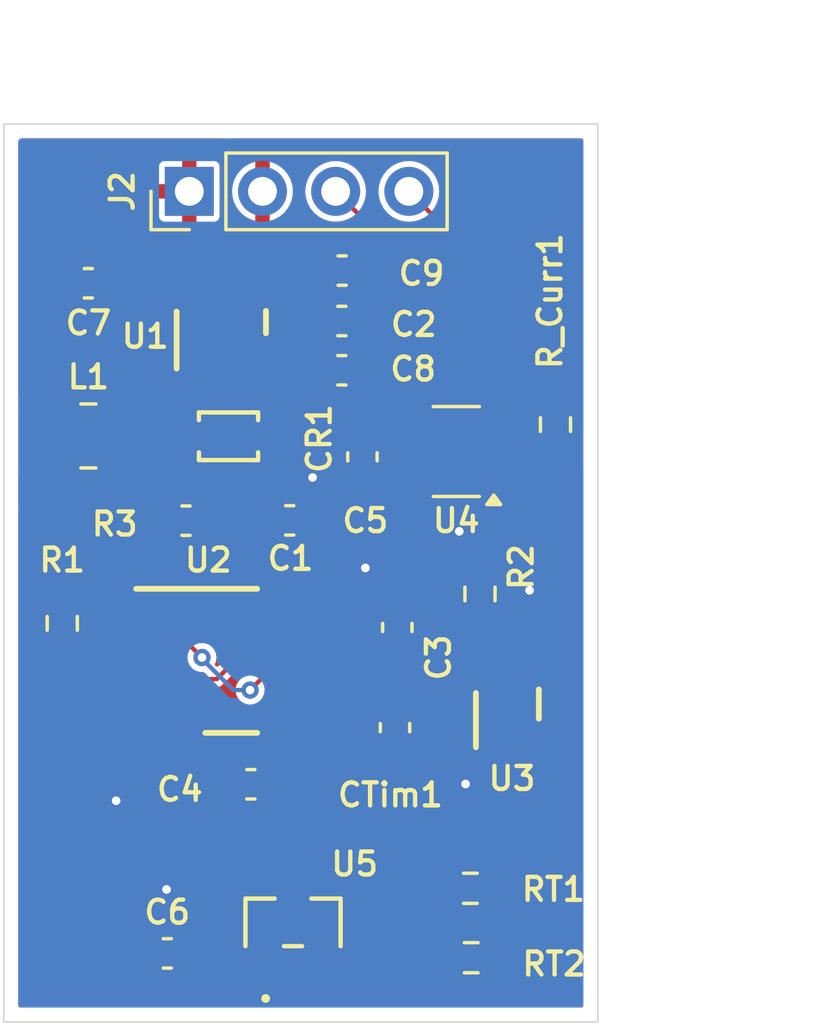
<source format=kicad_pcb>
(kicad_pcb (version 20240108) (generator "pcbnew") (generator_version "8.0")
  (layers (0 "F.Cu" signal) (31 "B.Cu" signal) (34 "B.Paste" user) (35 "F.Paste" user) (36 "B.SilkS" user "B.Silkscreen") (37 "F.SilkS" user "F.Silkscreen") (38 "B.Mask" user) (39 "F.Mask" user) (44 "Edge.Cuts" user))
  (net 0 "")
  (net 1 "GND")
  (net 2 "Vin")
  (net 3 "Net-(U2-CONT)")
  (net 4 "Net-(U2-THRES)")
  (net 5 "LED_OUT2")
  (net 6 "LED_OUT1")
  (net 7 "SQ_Pulse")
  (net 9 "Temp_OUT")
  (net 10 "Switch_OUT")
  (net 11 "VDD_5V")
  (net 12 "Net-(C1-Pad1)")
  (net 13 "Net-(U1-SW)")
  (net 16 "Temp_OUT_Div")
  (footprint "Capacitor_SMD:C_0603_1608Metric" (layer "F.Cu") (at 184.185 51.29 180)
    (property "Reference" "C7" (at -0.005 -1.38 180) (layer "F.SilkS") (effects (font (size 0.8 0.8))))
    (property "Value" "2.2uF")
    (fp_line (start -0.14058 0.51) (end 0.14058 0.51) (stroke (width 0.12)) (layer "F.SilkS"))
    (fp_line (start -0.14058 -0.51) (end 0.14058 -0.51) (stroke (width 0.12)) (layer "F.SilkS"))
    (pad "1" smd roundrect (at -0.775 0 180) (size 0.9 0.95) (layers "F.Cu" "F.Paste" "F.Mask") (net 1 "GND"))
    (pad "2" smd roundrect (at 0.775 0 180) (size 0.9 0.95) (layers "F.Cu" "F.Paste" "F.Mask") (net 2 "Vin"))
  )
  (footprint "SN74LVC1G3157DCKR:DCK0006A_N" (layer "F.Cu") (at 198.730001 65.895002 90)
    (property "Reference" "U3" (at -2.584998 0.159999 0) (layer "F.SilkS") (effects (font (size 0.8 0.8))))
    (property "Value" "SN74LVC1G3157DCKR")
    (fp_line (start -1.4986 -1.0922) (end 0.381 -1.0922) (stroke (width 0.2)) (layer "F.SilkS"))
    (fp_line (start -0.508 1.0922) (end 0.508 1.0922) (stroke (width 0.2)) (layer "F.SilkS"))
    (pad "1" smd rect (at -1.124999 -0.650001 180) (size 0.399999 0.850001) (layers "F.Cu" "F.Paste" "F.Mask") (net 11 "VDD_5V"))
    (pad "2" smd rect (at -1.124999 0 180) (size 0.399999 0.850001) (layers "F.Cu" "F.Paste" "F.Mask") (net 1 "GND"))
    (pad "3" smd rect (at -1.124999 0.649999 180) (size 0.399999 0.850001) (layers "F.Cu" "F.Paste" "F.Mask") (net 16 "Temp_OUT_Div"))
    (pad "4" smd rect (at 1.125002 0.649999 180) (size 0.399999 0.850001) (layers "F.Cu" "F.Paste" "F.Mask") (net 10 "Switch_OUT"))
    (pad "5" smd rect (at 1.125002 0 180) (size 0.399999 0.850001) (layers "F.Cu" "F.Paste" "F.Mask") (net 11 "VDD_5V"))
    (pad "6" smd rect (at 1.125002 -0.650001 180) (size 0.399999 0.850001) (layers "F.Cu" "F.Paste" "F.Mask") (net 7 "SQ_Pulse"))
  )
  (footprint "Capacitor_SMD:C_0603_1608Metric" (layer "F.Cu") (at 192.985 52.6)
    (property "Reference" "C2" (at 2.495 0.12 180) (layer "F.SilkS") (effects (font (size 0.8 0.8))))
    (property "Value" "10uF")
    (fp_line (start -0.14058 -0.51) (end 0.14058 -0.51) (stroke (width 0.12)) (layer "F.SilkS"))
    (fp_line (start -0.14058 0.51) (end 0.14058 0.51) (stroke (width 0.12)) (layer "F.SilkS"))
    (pad "1" smd roundrect (at -0.775 0) (size 0.9 0.95) (layers "F.Cu" "F.Paste" "F.Mask") (net 11 "VDD_5V"))
    (pad "2" smd roundrect (at 0.775 0) (size 0.9 0.95) (layers "F.Cu" "F.Paste" "F.Mask") (net 1 "GND"))
  )
  (footprint "TMP235:SOT-23_DBZ_TEX-M" (layer "F.Cu") (at 191.29 73.4732)
    (property "Reference" "U5" (at 2.14 -2.0232 0) (layer "F.SilkS") (effects (font (size 0.8 0.8))))
    (property "Value" "TMP235AEDBZRQ1")
    (fp_line (start -1.651 -0.8255) (end -1.651 0.8255) (stroke (width 0.1524)) (layer "F.SilkS"))
    (fp_line (start -0.63754 -0.8255) (end -1.651 -0.8255) (stroke (width 0.1524)) (layer "F.SilkS"))
    (fp_line (start -0.31242 0.8255) (end 0.31242 0.8255) (stroke (width 0.1524)) (layer "F.SilkS"))
    (fp_line (start 1.651 -0.8255) (end 0.63754 -0.8255) (stroke (width 0.1524)) (layer "F.SilkS"))
    (fp_line (start 1.651 0.8255) (end 1.651 -0.8255) (stroke (width 0.1524)) (layer "F.SilkS"))
    (fp_circle (center -0.94996 2.6416) (end -0.87376 2.6416) (stroke (width 0.1524)) (fill none) (layer "F.SilkS"))
    (pad "1" smd rect (at -0.94996 1.0668) (size 0.6096 1.6256) (layers "F.Cu" "F.Paste" "F.Mask") (net 11 "VDD_5V"))
    (pad "2" smd rect (at 0.94996 1.0668) (size 0.6096 1.6256) (layers "F.Cu" "F.Paste" "F.Mask") (net 9 "Temp_OUT"))
    (pad "3" smd rect (at 0 -1.0668) (size 0.6096 1.6256) (layers "F.Cu" "F.Paste" "F.Mask") (net 1 "GND"))
  )
  (footprint "Resistor_SMD:R_0603_1608Metric" (layer "F.Cu") (at 197.445 72.29)
    (property "Reference" "RT1" (at 2.885 0.04 0) (layer "F.SilkS") (effects (font (size 0.8 0.8))))
    (property "Value" "R")
    (fp_line (start -0.237258 -0.5225) (end 0.237258 -0.5225) (stroke (width 0.12)) (layer "F.SilkS"))
    (fp_line (start -0.237258 0.5225) (end 0.237258 0.5225) (stroke (width 0.12)) (layer "F.SilkS"))
    (pad "1" smd roundrect (at -0.825 0) (size 0.8 0.95) (layers "F.Cu" "F.Paste" "F.Mask") (net 9 "Temp_OUT"))
    (pad "2" smd roundrect (at 0.825 0) (size 0.8 0.95) (layers "F.Cu" "F.Paste" "F.Mask") (net 16 "Temp_OUT_Div"))
  )
  (footprint "Resistor_SMD:R_0603_1608Metric" (layer "F.Cu") (at 183.28 63.095 -90)
    (property "Reference" "R1" (at -2.195 0 180) (layer "F.SilkS") (effects (font (size 0.8 0.8))))
    (property "Value" "R")
    (fp_line (start -0.237258 0.5225) (end 0.237258 0.5225) (stroke (width 0.12)) (layer "F.SilkS"))
    (fp_line (start -0.237258 -0.5225) (end 0.237258 -0.5225) (stroke (width 0.12)) (layer "F.SilkS"))
    (pad "1" smd roundrect (at -0.825 0 270) (size 0.8 0.95) (layers "F.Cu" "F.Paste" "F.Mask") (net 4 "Net-(U2-THRES)"))
    (pad "2" smd roundrect (at 0.825 0 270) (size 0.8 0.95) (layers "F.Cu" "F.Paste" "F.Mask") (net 7 "SQ_Pulse"))
  )
  (footprint "Inductor_SMD:L_1008_2520Metric_Pad1.43x2.20mm_HandSolder" (layer "F.Cu") (at 184.1875 56.59)
    (property "Reference" "L1" (at 0 -2.05 0) (layer "F.SilkS") (effects (font (size 0.8 0.8))))
    (property "Value" "2.2uH")
    (fp_line (start -0.261252 -1.11) (end 0.261252 -1.11) (stroke (width 0.12)) (layer "F.SilkS"))
    (fp_line (start -0.261252 1.11) (end 0.261252 1.11) (stroke (width 0.12)) (layer "F.SilkS"))
    (pad "1" smd roundrect (at -1.1625 0) (size 1.425 2.2) (layers "F.Cu" "F.Paste" "F.Mask") (roundrect_rratio 0.175439) (net 2 "Vin"))
    (pad "2" smd roundrect (at 1.1625 0) (size 1.425 2.2) (layers "F.Cu" "F.Paste" "F.Mask") (roundrect_rratio 0.175439) (net 13 "Net-(U1-SW)"))
  )
  (footprint "Capacitor_SMD:C_0603_1608Metric" (layer "F.Cu") (at 192.985 54.31)
    (property "Reference" "C8" (at 2.475 -0.04 0) (layer "F.SilkS") (effects (font (size 0.8 0.8))))
    (property "Value" "10uF")
    (fp_line (start -0.14058 -0.51) (end 0.14058 -0.51) (stroke (width 0.12)) (layer "F.SilkS"))
    (fp_line (start -0.14058 0.51) (end 0.14058 0.51) (stroke (width 0.12)) (layer "F.SilkS"))
    (pad "1" smd roundrect (at -0.775 0) (size 0.9 0.95) (layers "F.Cu" "F.Paste" "F.Mask") (net 11 "VDD_5V"))
    (pad "2" smd roundrect (at 0.775 0) (size 0.9 0.95) (layers "F.Cu" "F.Paste" "F.Mask") (net 1 "GND"))
  )
  (footprint "Capacitor_SMD:C_0603_1608Metric" (layer "F.Cu") (at 186.925 74.55)
    (property "Reference" "C6" (at 0 -1.43 0) (layer "F.SilkS") (effects (font (size 0.8 0.8))))
    (property "Value" "C")
    (fp_line (start -0.14058 -0.51) (end 0.14058 -0.51) (stroke (width 0.12)) (layer "F.SilkS"))
    (fp_line (start -0.14058 0.51) (end 0.14058 0.51) (stroke (width 0.12)) (layer "F.SilkS"))
    (pad "1" smd roundrect (at -0.775 0) (size 0.9 0.95) (layers "F.Cu" "F.Paste" "F.Mask") (net 1 "GND"))
    (pad "2" smd roundrect (at 0.775 0) (size 0.9 0.95) (layers "F.Cu" "F.Paste" "F.Mask") (net 11 "VDD_5V"))
  )
  (footprint "Capacitor_SMD:C_0603_1608Metric" (layer "F.Cu") (at 192.995 50.85)
    (property "Reference" "C9" (at 2.755 0.1 0) (layer "F.SilkS") (effects (font (size 0.8 0.8))))
    (property "Value" "10uF")
    (fp_line (start -0.14058 -0.51) (end 0.14058 -0.51) (stroke (width 0.12)) (layer "F.SilkS"))
    (fp_line (start -0.14058 0.51) (end 0.14058 0.51) (stroke (width 0.12)) (layer "F.SilkS"))
    (pad "1" smd roundrect (at -0.775 0) (size 0.9 0.95) (layers "F.Cu" "F.Paste" "F.Mask") (net 11 "VDD_5V"))
    (pad "2" smd roundrect (at 0.775 0) (size 0.9 0.95) (layers "F.Cu" "F.Paste" "F.Mask") (net 1 "GND"))
  )
  (footprint "LMC555:D0008A_M" (layer "F.Cu") (at 189.145001 64.395)
    (property "Reference" "U2" (at -0.795001 -3.495 0) (layer "F.SilkS") (effects (font (size 0.8 0.8))))
    (property "Value" "LMC555")
    (fp_line (start -3.300001 -2.5) (end 0.900001 -2.5) (stroke (width 0.2)) (layer "F.SilkS"))
    (fp_line (start -0.900001 2.5) (end 0.900001 2.5) (stroke (width 0.2)) (layer "F.SilkS"))
    (pad "1" smd oval (at -2.825001 -1.905 90) (size 0.650001 1.649999) (layers "F.Cu" "F.Paste" "F.Mask") (net 1 "GND"))
    (pad "2" smd oval (at -2.825001 -0.635 90) (size 0.650001 1.649999) (layers "F.Cu" "F.Paste" "F.Mask") (net 4 "Net-(U2-THRES)"))
    (pad "3" smd oval (at -2.825001 0.635 90) (size 0.650001 1.649999) (layers "F.Cu" "F.Paste" "F.Mask") (net 7 "SQ_Pulse"))
    (pad "4" smd oval (at -2.825001 1.905 90) (size 0.650001 1.649999) (layers "F.Cu" "F.Paste" "F.Mask") (net 11 "VDD_5V"))
    (pad "5" smd oval (at 2.824998 1.905 90) (size 0.650001 1.649999) (layers "F.Cu" "F.Paste" "F.Mask") (net 3 "Net-(U2-CONT)"))
    (pad "6" smd oval (at 2.824998 0.635 90) (size 0.650001 1.649999) (layers "F.Cu" "F.Paste" "F.Mask") (net 4 "Net-(U2-THRES)"))
    (pad "7" smd oval (at 2.824998 -0.635 90) (size 0.650001 1.649999) (layers "F.Cu" "F.Paste" "F.Mask"))
    (pad "8" smd oval (at 2.824998 -1.905 90) (size 0.650001 1.649999) (layers "F.Cu" "F.Paste" "F.Mask") (net 11 "VDD_5V"))
  )
  (footprint "Resistor_SMD:R_0603_1608Metric" (layer "F.Cu") (at 200.4 56.195 90)
    (property "Reference" "R_Curr1" (at 4.285 -0.19 90) (layer "F.SilkS") (effects (font (size 0.8 0.8))))
    (property "Value" "R")
    (fp_line (start -0.237258 -0.5225) (end 0.237258 -0.5225) (stroke (width 0.12)) (layer "F.SilkS"))
    (fp_line (start -0.237258 0.5225) (end 0.237258 0.5225) (stroke (width 0.12)) (layer "F.SilkS"))
    (pad "1" smd roundrect (at -0.825 0 90) (size 0.8 0.95) (layers "F.Cu" "F.Paste" "F.Mask") (net 1 "GND"))
    (pad "2" smd roundrect (at 0.825 0 90) (size 0.8 0.95) (layers "F.Cu" "F.Paste" "F.Mask") (net 6 "LED_OUT1"))
  )
  (footprint "Resistor_SMD:R_0603_1608Metric" (layer "F.Cu") (at 197.475 74.7)
    (property "Reference" "RT2" (at 2.875 0.22 0) (layer "F.SilkS") (effects (font (size 0.8 0.8))))
    (property "Value" "R")
    (fp_line (start -0.237258 -0.5225) (end 0.237258 -0.5225) (stroke (width 0.12)) (layer "F.SilkS"))
    (fp_line (start -0.237258 0.5225) (end 0.237258 0.5225) (stroke (width 0.12)) (layer "F.SilkS"))
    (pad "1" smd roundrect (at -0.825 0) (size 0.8 0.95) (layers "F.Cu" "F.Paste" "F.Mask") (net 16 "Temp_OUT_Div"))
    (pad "2" smd roundrect (at 0.825 0) (size 0.8 0.95) (layers "F.Cu" "F.Paste" "F.Mask") (net 1 "GND"))
  )
  (footprint "Resistor_SMD:R_0603_1608Metric" (layer "F.Cu") (at 197.78 62.075 -90)
    (property "Reference" "R2" (at -0.935 -1.43 90) (layer "F.SilkS") (effects (font (size 0.8 0.8))))
    (property "Value" "R")
    (fp_line (start -0.237258 0.5225) (end 0.237258 0.5225) (stroke (width 0.12)) (layer "F.SilkS"))
    (fp_line (start -0.237258 -0.5225) (end 0.237258 -0.5225) (stroke (width 0.12)) (layer "F.SilkS"))
    (pad "1" smd roundrect (at -0.825 0 270) (size 0.8 0.95) (layers "F.Cu" "F.Paste" "F.Mask") (net 11 "VDD_5V"))
    (pad "2" smd roundrect (at 0.825 0 270) (size 0.8 0.95) (layers "F.Cu" "F.Paste" "F.Mask") (net 7 "SQ_Pulse"))
  )
  (footprint "TPS613222ADBVR:DBV0005A_N" (layer "F.Cu") (at 188.800002 52.624999 90)
    (property "Reference" "U1" (at -0.505001 -2.640002 0) (layer "F.SilkS") (effects (font (size 0.8 0.8))))
    (property "Value" "TPS613222ADBVR")
    (fp_line (start -1.625001 -1.549999) (end 0.349999 -1.549999) (stroke (width 0.2)) (layer "F.SilkS"))
    (fp_line (start -0.399999 1.549999) (end 0.375003 1.549999) (stroke (width 0.2)) (layer "F.SilkS"))
    (pad "1" smd rect (at -1.375001 -0.950001 180) (size 0.599999 1) (layers "F.Cu" "F.Paste" "F.Mask") (net 13 "Net-(U1-SW)"))
    (pad "2" smd rect (at -1.375001 0 180) (size 0.599999 1) (layers "F.Cu" "F.Paste" "F.Mask") (net 1 "GND"))
    (pad "3" smd rect (at -1.375001 0.949998 180) (size 0.599999 1) (layers "F.Cu" "F.Paste" "F.Mask"))
    (pad "4" smd rect (at 1.374999 0.949998 180) (size 0.599999 1) (layers "F.Cu" "F.Paste" "F.Mask") (net 11 "VDD_5V"))
    (pad "5" smd rect (at 1.374999 -0.950001 180) (size 0.599999 1) (layers "F.Cu" "F.Paste" "F.Mask"))
  )
  (footprint "Capacitor_SMD:C_0603_1608Metric" (layer "F.Cu") (at 194.83 66.715 90)
    (property "Reference" "CTim1" (at -2.335 -0.16 0) (layer "F.SilkS") (effects (font (size 0.8 0.8))))
    (property "Value" "C")
    (fp_line (start -0.14058 -0.51) (end 0.14058 -0.51) (stroke (width 0.12)) (layer "F.SilkS"))
    (fp_line (start -0.14058 0.51) (end 0.14058 0.51) (stroke (width 0.12)) (layer "F.SilkS"))
    (pad "1" smd roundrect (at -0.775 0 90) (size 0.9 0.95) (layers "F.Cu" "F.Paste" "F.Mask") (net 1 "GND"))
    (pad "2" smd roundrect (at 0.775 0 90) (size 0.9 0.95) (layers "F.Cu" "F.Paste" "F.Mask") (net 4 "Net-(U2-THRES)"))
  )
  (footprint "Capacitor_SMD:C_0603_1608Metric" (layer "F.Cu") (at 187.575 59.53)
    (property "Reference" "R3" (at -2.475 0.12 0) (layer "F.SilkS") (effects (font (size 0.8 0.8))))
    (property "Value" "5")
    (fp_line (start -0.14058 -0.51) (end 0.14058 -0.51) (stroke (width 0.12)) (layer "F.SilkS"))
    (fp_line (start -0.14058 0.51) (end 0.14058 0.51) (stroke (width 0.12)) (layer "F.SilkS"))
    (pad "1" smd roundrect (at -0.775 0) (size 0.9 0.95) (layers "F.Cu" "F.Paste" "F.Mask") (net 13 "Net-(U1-SW)"))
    (pad "2" smd roundrect (at 0.775 0) (size 0.9 0.95) (layers "F.Cu" "F.Paste" "F.Mask") (net 12 "Net-(C1-Pad1)"))
  )
  (footprint "BAT54WS_7_F:SOD323_DIO-M" (layer "F.Cu") (at 189.0508 56.6 180)
    (property "Reference" "CR1" (at -3.1492 -0.08 90) (layer "F.SilkS") (effects (font (size 0.8 0.8))))
    (property "Value" "BAT54WS-7-F")
    (fp_line (start 1.027 0.827) (end 1.027 0.55854) (stroke (width 0.1524)) (layer "F.SilkS"))
    (fp_line (start 1.027 -0.55854) (end 1.027 -0.827) (stroke (width 0.1524)) (layer "F.SilkS"))
    (fp_line (start 1.027 -0.827) (end -1.027 -0.827) (stroke (width 0.1524)) (layer "F.SilkS"))
    (fp_line (start -1.027 0.827) (end 1.027 0.827) (stroke (width 0.1524)) (layer "F.SilkS"))
    (fp_line (start -1.027 0.55854) (end -1.027 0.827) (stroke (width 0.1524)) (layer "F.SilkS"))
    (fp_line (start -1.027 -0.827) (end -1.027 -0.55854) (stroke (width 0.1524)) (layer "F.SilkS"))
    (pad "1" smd rect (at -1.2008 0 180) (size 1.416 0.4516) (layers "F.Cu" "F.Paste" "F.Mask") (net 11 "VDD_5V"))
    (pad "2" smd rect (at 1.2008 0 180) (size 1.416 0.4516) (layers "F.Cu" "F.Paste" "F.Mask") (net 13 "Net-(U1-SW)"))
  )
  (footprint "Capacitor_SMD:C_0603_1608Metric" (layer "F.Cu") (at 193.7 57.315 -90)
    (property "Reference" "C5" (at 2.215 -0.1 180) (layer "F.SilkS") (effects (font (size 0.8 0.8))))
    (property "Value" "0.1uF")
    (fp_line (start -0.14058 0.51) (end 0.14058 0.51) (stroke (width 0.12)) (layer "F.SilkS"))
    (fp_line (start -0.14058 -0.51) (end 0.14058 -0.51) (stroke (width 0.12)) (layer "F.SilkS"))
    (pad "1" smd roundrect (at -0.775 0 270) (size 0.9 0.95) (layers "F.Cu" "F.Paste" "F.Mask") (net 1 "GND"))
    (pad "2" smd roundrect (at 0.775 0 270) (size 0.9 0.95) (layers "F.Cu" "F.Paste" "F.Mask") (net 11 "VDD_5V"))
  )
  (footprint "Connector_PinHeader_2.54mm:PinHeader_1x04_P2.54mm_Vertical" (layer "F.Cu") (at 187.69 48.1 90)
    (property "Reference" "J2" (at 0 -2.33 -90) (layer "F.SilkS") (effects (font (size 0.8 0.8))))
    (property "Value" "Conn_01x04_Pin" (hide yes))
    (fp_line (start -1.33 -1.33) (end 0 -1.33) (stroke (width 0.12)) (layer "F.SilkS"))
    (fp_line (start -1.33 0) (end -1.33 -1.33) (stroke (width 0.12)) (layer "F.SilkS"))
    (fp_line (start 1.33 1.27) (end 1.33 8.95) (stroke (width 0.12)) (layer "F.SilkS"))
    (fp_line (start -1.33 1.27) (end 1.33 1.27) (stroke (width 0.12)) (layer "F.SilkS"))
    (fp_line (start -1.33 1.27) (end -1.33 8.95) (stroke (width 0.12)) (layer "F.SilkS"))
    (fp_line (start -1.33 8.95) (end 1.33 8.95) (stroke (width 0.12)) (layer "F.SilkS"))
    (pad "1" thru_hole rect (at 0 0 90) (size 1.7 1.7) (drill 1) (layers "*.Cu" "*.Mask") (net 2 "Vin"))
    (pad "2" thru_hole oval (at 0 2.54 90) (size 1.7 1.7) (drill 1) (layers "*.Cu" "*.Mask") (net 1 "GND"))
    (pad "3" thru_hole oval (at 0 5.08 90) (size 1.7 1.7) (drill 1) (layers "*.Cu" "*.Mask") (net 5 "LED_OUT2"))
    (pad "4" thru_hole oval (at 0 7.62 90) (size 1.7 1.7) (drill 1) (layers "*.Cu" "*.Mask") (net 6 "LED_OUT1"))
  )
  (footprint "Package_TO_SOT_SMD:SOT-23-5" (layer "F.Cu") (at 196.9575 57.13 180)
    (property "Reference" "U4" (at 0 -2.4 180) (layer "F.SilkS") (effects (font (size 0.8 0.8))))
    (property "Value" "LM321")
    (fp_line (start 0 1.56) (end 0.8 1.56) (stroke (width 0.12)) (layer "F.SilkS"))
    (fp_line (start 0 1.56) (end -0.8 1.56) (stroke (width 0.12)) (layer "F.SilkS"))
    (fp_line (start 0 -1.56) (end 0.8 -1.56) (stroke (width 0.12)) (layer "F.SilkS"))
    (fp_line (start 0 -1.56) (end -0.8 -1.56) (stroke (width 0.12)) (layer "F.SilkS"))
    (fp_poly (pts (xy -1.3 -1.51) (xy -1.54 -1.84) (xy -1.06 -1.84) (xy -1.3 -1.51)) (stroke (width 0.12)) (fill solid) (layer "F.SilkS"))
    (pad "1" smd roundrect (at -1.1375 -0.95 180) (size 1.325 0.6) (layers "F.Cu" "F.Paste" "F.Mask") (net 10 "Switch_OUT"))
    (pad "2" smd roundrect (at -1.1375 0 180) (size 1.325 0.6) (layers "F.Cu" "F.Paste" "F.Mask") (net 1 "GND"))
    (pad "3" smd roundrect (at -1.1375 0.95 180) (size 1.325 0.6) (layers "F.Cu" "F.Paste" "F.Mask") (net 6 "LED_OUT1"))
    (pad "4" smd roundrect (at 1.1375 0.95 180) (size 1.325 0.6) (layers "F.Cu" "F.Paste" "F.Mask") (net 5 "LED_OUT2"))
    (pad "5" smd roundrect (at 1.1375 -0.95 180) (size 1.325 0.6) (layers "F.Cu" "F.Paste" "F.Mask") (net 11 "VDD_5V"))
  )
  (footprint "Capacitor_SMD:C_0603_1608Metric" (layer "F.Cu") (at 194.91 63.235 -90)
    (property "Reference" "C3" (at 1.045 -1.43 90) (layer "F.SilkS") (effects (font (size 0.8 0.8))))
    (property "Value" "0.1uF")
    (fp_line (start -0.14058 0.51) (end 0.14058 0.51) (stroke (width 0.12)) (layer "F.SilkS"))
    (fp_line (start -0.14058 -0.51) (end 0.14058 -0.51) (stroke (width 0.12)) (layer "F.SilkS"))
    (pad "1" smd roundrect (at -0.775 0 270) (size 0.9 0.95) (layers "F.Cu" "F.Paste" "F.Mask") (net 11 "VDD_5V"))
    (pad "2" smd roundrect (at 0.775 0 270) (size 0.9 0.95) (layers "F.Cu" "F.Paste" "F.Mask") (net 1 "GND"))
  )
  (footprint "Capacitor_SMD:C_0603_1608Metric" (layer "F.Cu") (at 189.825 68.68)
    (property "Reference" "C4" (at -2.465 0.18 0) (layer "F.SilkS") (effects (font (size 0.8 0.8))))
    (property "Value" "C")
    (fp_line (start -0.14058 -0.51) (end 0.14058 -0.51) (stroke (width 0.12)) (layer "F.SilkS"))
    (fp_line (start -0.14058 0.51) (end 0.14058 0.51) (stroke (width 0.12)) (layer "F.SilkS"))
    (pad "1" smd roundrect (at -0.775 0) (size 0.9 0.95) (layers "F.Cu" "F.Paste" "F.Mask") (net 1 "GND"))
    (pad "2" smd roundrect (at 0.775 0) (size 0.9 0.95) (layers "F.Cu" "F.Paste" "F.Mask") (net 3 "Net-(U2-CONT)"))
  )
  (footprint "Capacitor_SMD:C_0603_1608Metric" (layer "F.Cu") (at 191.175 59.52)
    (property "Reference" "C1" (at 0.025 1.32 180) (layer "F.SilkS") (effects (font (size 0.8 0.8))))
    (property "Value" "120pF")
    (fp_line (start -0.14058 -0.51) (end 0.14058 -0.51) (stroke (width 0.12)) (layer "F.SilkS"))
    (fp_line (start -0.14058 0.51) (end 0.14058 0.51) (stroke (width 0.12)) (layer "F.SilkS"))
    (pad "1" smd roundrect (at -0.775 0) (size 0.9 0.95) (layers "F.Cu" "F.Paste" "F.Mask") (net 12 "Net-(C1-Pad1)"))
    (pad "2" smd roundrect (at 0.775 0) (size 0.9 0.95) (layers "F.Cu" "F.Paste" "F.Mask") (net 11 "VDD_5V"))
  )
  (gr_rect (start 181.25 45.76) (end 201.87 76.93) (stroke (width 0.05)) (fill none) (layer "Edge.Cuts"))
  (segment (start 190.6 68.68) (end 191.28 68.68) (width 0.1524) (layer "F.Cu") (net 3))
  (segment (start 191.28 68.68) (end 191.969999 67.990001) (width 0.1524) (layer "F.Cu") (net 3))
  (segment (start 191.969999 67.990001) (end 191.969999 66.3) (width 0.1524) (layer "F.Cu") (net 3))
  (segment (start 185.54 63.76) (end 186.32 63.76) (width 0.1524) (layer "F.Cu") (net 4))
  (segment (start 194.02 65.94) (end 193.11 65.03) (width 0.1524) (layer "F.Cu") (net 4))
  (segment (start 193.11 65.03) (end 191.969999 65.03) (width 0.1524) (layer "F.Cu") (net 4))
  (segment (start 187.61 63.76) (end 186.32 63.76) (width 0.1524) (layer "F.Cu") (net 4))
  (segment (start 188.13 64.28) (end 187.61 63.76) (width 0.1524) (layer "F.Cu") (net 4))
  (segment (start 194.83 65.94) (end 194.02 65.94) (width 0.1524) (layer "F.Cu") (net 4))
  (segment (start 191.969999 65.03) (end 190.18 65.03) (width 0.1524) (layer "F.Cu") (net 4))
  (segment (start 184.05 62.27) (end 185.54 63.76) (width 0.1524) (layer "F.Cu") (net 4))
  (segment (start 190.18 65.03) (end 189.8 65.41) (width 0.1524) (layer "F.Cu") (net 4))
  (segment (start 183.28 62.27) (end 184.05 62.27) (width 0.1524) (layer "F.Cu") (net 4))
  (via (at 188.13 64.28) (size 0.6) (drill 0.3) (layers "F.Cu" "B.Cu") (net 4))
  (via (at 189.8 65.41) (size 0.6) (drill 0.3) (layers "F.Cu" "B.Cu") (net 4))
  (segment (start 188.13 64.32) (end 189.22 65.41) (width 0.1524) (layer "B.Cu") (net 4))
  (segment (start 188.13 64.28) (end 188.13 64.32) (width 0.1524) (layer "B.Cu") (net 4))
  (segment (start 189.22 65.41) (end 189.8 65.41) (width 0.1524) (layer "B.Cu") (net 4))
  (segment (start 195.82 56.18) (end 195.82 51.15) (width 0.1524) (layer "F.Cu") (net 5))
  (segment (start 195.82 51.15) (end 192.77 48.1) (width 0.1524) (layer "F.Cu") (net 5))
  (segment (start 198.095 56.18) (end 199.05 56.18) (width 0.1524) (layer "F.Cu") (net 6))
  (segment (start 198.52 52.26) (end 198.52 51.31) (width 0.1524) (layer "F.Cu") (net 6))
  (segment (start 199.05 56.18) (end 199.86 55.37) (width 0.1524) (layer "F.Cu") (net 6))
  (segment (start 200.4 54.14) (end 198.52 52.26) (width 0.1524) (layer "F.Cu") (net 6))
  (segment (start 200.4 55.37) (end 200.4 54.14) (width 0.1524) (layer "F.Cu") (net 6))
  (segment (start 198.52 51.31) (end 195.31 48.1) (width 0.1524) (layer "F.Cu") (net 6))
  (segment (start 199.86 55.37) (end 200.4 55.37) (width 0.1524) (layer "F.Cu") (net 6))
  (segment (start 198.08 63.9) (end 197.78 63.6) (width 0.1524) (layer "F.Cu") (net 7))
  (segment (start 186.32 65.03) (end 188.64 65.03) (width 0.1524) (layer "F.Cu") (net 7))
  (segment (start 197.78 63.6) (end 197.78 62.9) (width 0.1524) (layer "F.Cu") (net 7))
  (segment (start 185.05 65.03) (end 183.94 63.92) (width 0.1524) (layer "F.Cu") (net 7))
  (segment (start 195.38 60.59) (end 196.13 61.34) (width 0.1524) (layer "F.Cu") (net 7))
  (segment (start 196.77 62.9) (end 197.78 62.9) (width 0.1524) (layer "F.Cu") (net 7))
  (segment (start 196.13 61.34) (end 196.13 62.26) (width 0.1524) (layer "F.Cu") (net 7))
  (segment (start 183.94 63.92) (end 183.28 63.92) (width 0.1524) (layer "F.Cu") (net 7))
  (segment (start 198.08 64.77) (end 198.08 64.28) (width 0.1524) (layer "F.Cu") (net 7))
  (segment (start 198.08 64.670001) (end 198.08 63.9) (width 0.1524) (layer "F.Cu") (net 7))
  (segment (start 186.32 65.03) (end 185.05 65.03) (width 0.1524) (layer "F.Cu") (net 7))
  (segment (start 190.68 60.59) (end 195.38 60.59) (width 0.1524) (layer "F.Cu") (net 7))
  (segment (start 196.13 62.26) (end 196.77 62.9) (width 0.1524) (layer "F.Cu") (net 7))
  (segment (start 188.64 65.03) (end 189.26 64.41) (width 0.1524) (layer "F.Cu") (net 7))
  (segment (start 189.26 64.41) (end 189.26 62.01) (width 0.1524) (layer "F.Cu") (net 7))
  (segment (start 189.26 62.01) (end 190.68 60.59) (width 0.1524) (layer "F.Cu") (net 7))
  (segment (start 192.23996 73.29004) (end 192.895 72.635) (width 0.1524) (layer "F.Cu") (net 9))
  (segment (start 192.23996 74.54) (end 192.23996 73.29004) (width 0.1524) (layer "F.Cu") (net 9))
  (segment (start 193.24 72.29) (end 192.895 72.635) (width 0.1524) (layer "F.Cu") (net 9))
  (segment (start 196.62 72.29) (end 193.24 72.29) (width 0.1524) (layer "F.Cu") (net 9))
  (segment (start 199.38 63.96) (end 200.33 63.01) (width 0.1524) (layer "F.Cu") (net 10))
  (segment (start 200.33 63.01) (end 200.33 58.76) (width 0.1524) (layer "F.Cu") (net 10))
  (segment (start 200.33 58.76) (end 199.65 58.08) (width 0.1524) (layer "F.Cu") (net 10))
  (segment (start 199.65 58.08) (end 198.095 58.08) (width 0.1524) (layer "F.Cu") (net 10))
  (segment (start 199.38 64.77) (end 199.38 63.96) (width 0.1524) (layer "F.Cu") (net 10))
  (segment (start 197.78 61.25) (end 197.78 60.62) (width 0.1524) (layer "F.Cu") (net 11))
  (segment (start 186.32 68.08) (end 185.15 69.25) (width 0.1524) (layer "F.Cu") (net 11))
  (segment (start 186.9 72.33) (end 187.7 73.13) (width 0.1524) (layer "F.Cu") (net 11))
  (segment (start 198.08 67.87) (end 198.08 67.020001) (width 0.1524) (layer "F.Cu") (net 11))
  (segment (start 191.55 50.85) (end 191.15 51.25) (width 0.1524) (layer "F.Cu") (net 11))
  (segment (start 195.82 58.08) (end 193.71 58.08) (width 0.1524) (layer "F.Cu") (net 11))
  (segment (start 186.29 66.33) (end 186.32 66.3) (width 0.1524) (layer "F.Cu") (net 11))
  (segment (start 191.999999 62.46) (end 191.969999 62.49) (width 0.1524) (layer "F.Cu") (net 11))
  (segment (start 192.21 55.81) (end 192.21 54.31) (width 0.1524) (layer "F.Cu") (net 11))
  (segment (start 195.82 58.08) (end 195.74 58.08) (width 0.1524) (layer "F.Cu") (net 11))
  (segment (start 191.15 51.25) (end 189.75 51.25) (width 0.1524) (layer "F.Cu") (net 11))
  (segment (start 193.7 58.09) (end 192.03 58.09) (width 0.1524) (layer "F.Cu") (net 11))
  (segment (start 191.97 58.03) (end 190.83 58.03) (width 0.1524) (layer "F.Cu") (net 11))
  (segment (start 187.71 74.54) (end 187.7 74.55) (width 0.1524) (layer "F.Cu") (net 11))
  (segment (start 192.22 50.85) (end 191.55 50.85) (width 0.1524) (layer "F.Cu") (net 11))
  (segment (start 190.83 58.03) (end 190.2516 57.4516) (width 0.1524) (layer "F.Cu") (net 11))
  (segment (start 195.74 58.08) (end 195.51 57.85) (width 0.1524) (layer "F.Cu") (net 11))
  (segment (start 192.019999 62.44) (end 191.969999 62.49) (width 0.1524) (layer "F.Cu") (net 11))
  (segment (start 190.34004 74.54) (end 187.71 74.54) (width 0.1524) (layer "F.Cu") (net 11))
  (segment (start 192.22 54.3) (end 192.21 54.31) (width 0.1524) (layer "F.Cu") (net 11))
  (segment (start 193.8 61.17) (end 194.17 61.17) (width 0.1524) (layer "F.Cu") (net 11))
  (segment (start 192.03 58.09) (end 191.97 58.03) (width 0.1524) (layer "F.Cu") (net 11))
  (segment (start 197.28 68.67) (end 198.08 67.87) (width 0.1524) (layer "F.Cu") (net 11))
  (segment (start 193.7 59.2) (end 193.7 58.09) (width 0.1524) (layer "F.Cu") (net 11))
  (segment (start 194.91 62.46) (end 191.999999 62.46) (width 0.1524) (layer "F.Cu") (net 11))
  (segment (start 198.730001 62.719999) (end 198.730001 64.77) (width 0.1524) (layer "F.Cu") (net 11))
  (segment (start 192.22 50.85) (end 192.22 54.3) (width 0.1524) (layer "F.Cu") (net 11))
  (segment (start 186.32 66.3) (end 186.32 68.08) (width 0.1524) (layer "F.Cu") (net 11))
  (segment (start 193.38 59.52) (end 193.7 59.2) (width 0.1524) (layer "F.Cu") (net 11))
  (segment (start 191.42 56.6) (end 192.21 55.81) (width 0.1524) (layer "F.Cu") (net 11))
  (segment (start 190.2516 56.6) (end 191.42 56.6) (width 0.1524) (layer "F.Cu") (net 11))
  (segment (start 199.5 61.95) (end 198.730001 62.719999) (width 0.1524) (layer "F.Cu") (net 11))
  (segment (start 194.17 61.17) (end 194.91 61.91) (width 0.1524) (layer "F.Cu") (net 11))
  (segment (start 191.95 59.52) (end 193.38 59.52) (width 0.1524) (layer "F.Cu") (net 11))
  (segment (start 193.71 58.08) (end 193.7 58.09) (width 0.1524) (layer "F.Cu") (net 11))
  (segment (start 187.7 73.13) (end 187.7 74.55) (width 0.1524) (layer "F.Cu") (net 11))
  (segment (start 190.2516 57.4516) (end 190.2516 56.6) (width 0.1524) (layer "F.Cu") (net 11))
  (segment (start 194.91 61.91) (end 194.91 62.46) (width 0.1524) (layer "F.Cu") (net 11))
  (segment (start 197.78 60.62) (end 197.06 59.9) (width 0.1524) (layer "F.Cu") (net 11))
  (via (at 197.28 68.67) (size 0.6) (drill 0.3) (layers "F.Cu" "B.Cu") (net 11))
  (via (at 191.97 58.03) (size 0.6) (drill 0.3) (layers "F.Cu" "B.Cu") (net 11))
  (via (at 185.15 69.25) (size 0.6) (drill 0.3) (layers "F.Cu" "B.Cu") (net 11))
  (via (at 199.5 61.95) (size 0.6) (drill 0.3) (layers "F.Cu" "B.Cu") (net 11))
  (via (at 186.9 72.33) (size 0.6) (drill 0.3) (layers "F.Cu" "B.Cu") (net 11))
  (via (at 193.8 61.17) (size 0.6) (drill 0.3) (layers "F.Cu" "B.Cu") (net 11))
  (via (at 197.06 59.9) (size 0.6) (drill 0.3) (layers "F.Cu" "B.Cu") (net 11))
  (segment (start 190.39 59.53) (end 190.4 59.52) (width 0.1524) (layer "F.Cu") (net 12))
  (segment (start 188.35 59.53) (end 190.39 59.53) (width 0.1524) (layer "F.Cu") (net 12))
  (segment (start 198.27 73.07) (end 198.27 72.29) (width 0.1524) (layer "F.Cu") (net 16))
  (segment (start 198.27 72.29) (end 198.95 72.29) (width 0.1524) (layer "F.Cu") (net 16))
  (segment (start 197.96 73.38) (end 198.27 73.07) (width 0.1524) (layer "F.Cu") (net 16))
  (segment (start 199.38 71.86) (end 199.38 67.120001) (width 0.1524) (layer "F.Cu") (net 16))
  (segment (start 196.65 74.7) (end 196.65 74.07) (width 0.1524) (layer "F.Cu") (net 16))
  (segment (start 196.65 74.07) (end 197.34 73.38) (width 0.1524) (layer "F.Cu") (net 16))
  (segment (start 198.95 72.29) (end 199.38 71.86) (width 0.1524) (layer "F.Cu") (net 16))
  (segment (start 197.34 73.38) (end 197.96 73.38) (width 0.1524) (layer "F.Cu") (net 16))
  (zone (net 1) (net_name "GND") (layer "F.Cu") (connect_pads (clearance 0.15)) (min_thickness 0.15) (fill yes (thermal_gap 0.5) (thermal_bridge_width 0.5))
    (polygon (pts (xy 181.4 45.88) (xy 201.87 45.84) (xy 201.75 76.82) (xy 181.34 76.86) (xy 181.3 50.32)))
  )
  (zone (net 13) (net_name "Net-(U1-SW)") (layer "F.Cu") (priority 3) (connect_pads (clearance 0.15)) (min_thickness 0.25) (fill yes (thermal_gap 0.5) (thermal_bridge_width 0.5))
    (polygon (pts (xy 185.73 52.98) (xy 188.54 52.99) (xy 188.53 57.7) (xy 187.6 58.66) (xy 187.55 60.88) (xy 184.34 60.92) (xy 184.5 53) (xy 185.58 52.96)))
  )
  (zone (net 2) (net_name "Vin") (layer "F.Cu") (priority 2) (connect_pads (clearance 0.15)) (min_thickness 0.25) (fill yes (thermal_gap 0.5) (thermal_bridge_width 0.5))
    (polygon (pts (xy 181.42 46.16) (xy 188.97 46.22) (xy 188.94 50.28) (xy 184.36 50.34) (xy 184.39 53.67) (xy 184.41 54) (xy 184.33 58.99) (xy 181.55 58.99)))
  )
  (zone (net 11) (net_name "VDD_5V") (layer "B.Cu") (priority 1) (connect_pads (clearance 0.15)) (min_thickness 0.25) (fill yes (thermal_gap 0.5) (thermal_bridge_width 0.5))
    (polygon (pts (xy 181.42 45.85) (xy 201.54 45.87) (xy 201.77 76.83) (xy 181.36 76.84)))
  )
)
</source>
